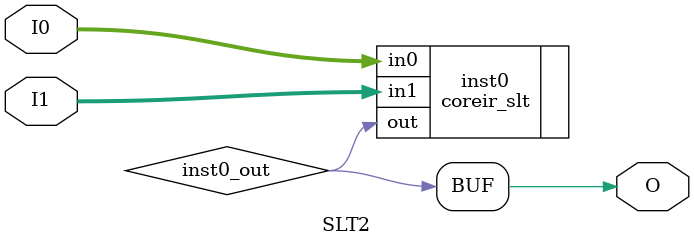
<source format=v>
module SLT2 (input [1:0] I0, input [1:0] I1, output  O);
wire  inst0_out;
coreir_slt inst0 (.in0(I0), .in1(I1), .out(inst0_out));
assign O = inst0_out;
endmodule


</source>
